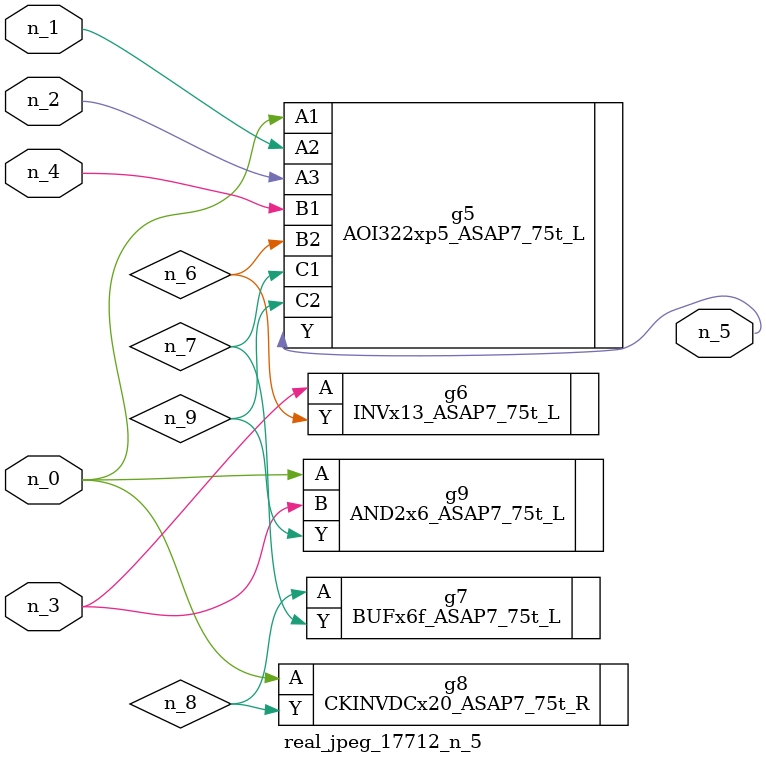
<source format=v>
module real_jpeg_17712_n_5 (n_4, n_0, n_1, n_2, n_3, n_5);

input n_4;
input n_0;
input n_1;
input n_2;
input n_3;

output n_5;

wire n_8;
wire n_6;
wire n_7;
wire n_9;

AOI322xp5_ASAP7_75t_L g5 ( 
.A1(n_0),
.A2(n_1),
.A3(n_2),
.B1(n_4),
.B2(n_6),
.C1(n_7),
.C2(n_9),
.Y(n_5)
);

CKINVDCx20_ASAP7_75t_R g8 ( 
.A(n_0),
.Y(n_8)
);

AND2x6_ASAP7_75t_L g9 ( 
.A(n_0),
.B(n_3),
.Y(n_9)
);

INVx13_ASAP7_75t_L g6 ( 
.A(n_3),
.Y(n_6)
);

BUFx6f_ASAP7_75t_L g7 ( 
.A(n_8),
.Y(n_7)
);


endmodule
</source>
